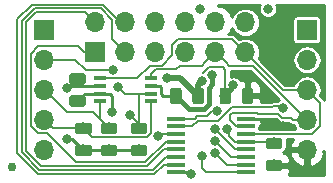
<source format=gbr>
G04 #@! TF.GenerationSoftware,KiCad,Pcbnew,5.0.0*
G04 #@! TF.CreationDate,2018-11-11T13:40:21-05:00*
G04 #@! TF.ProjectId,Pi-I2C-Level-Shifter,50692D4932432D4C6576656C2D536869,rev?*
G04 #@! TF.SameCoordinates,Original*
G04 #@! TF.FileFunction,Copper,L1,Top,Signal*
G04 #@! TF.FilePolarity,Positive*
%FSLAX46Y46*%
G04 Gerber Fmt 4.6, Leading zero omitted, Abs format (unit mm)*
G04 Created by KiCad (PCBNEW 5.0.0) date Sun Nov 11 13:40:21 2018*
%MOMM*%
%LPD*%
G01*
G04 APERTURE LIST*
G04 #@! TA.AperFunction,ComponentPad*
%ADD10R,1.700000X1.700000*%
G04 #@! TD*
G04 #@! TA.AperFunction,ComponentPad*
%ADD11O,1.700000X1.700000*%
G04 #@! TD*
G04 #@! TA.AperFunction,SMDPad,CuDef*
%ADD12R,1.500000X0.450000*%
G04 #@! TD*
G04 #@! TA.AperFunction,Conductor*
%ADD13C,0.100000*%
G04 #@! TD*
G04 #@! TA.AperFunction,SMDPad,CuDef*
%ADD14C,0.975000*%
G04 #@! TD*
G04 #@! TA.AperFunction,SMDPad,CuDef*
%ADD15R,1.100000X0.400000*%
G04 #@! TD*
G04 #@! TA.AperFunction,BGAPad,CuDef*
%ADD16C,0.750000*%
G04 #@! TD*
G04 #@! TA.AperFunction,ViaPad*
%ADD17C,0.800000*%
G04 #@! TD*
G04 #@! TA.AperFunction,Conductor*
%ADD18C,0.130000*%
G04 #@! TD*
G04 #@! TA.AperFunction,Conductor*
%ADD19C,0.250000*%
G04 #@! TD*
G04 #@! TA.AperFunction,Conductor*
%ADD20C,0.500000*%
G04 #@! TD*
G04 #@! TA.AperFunction,Conductor*
%ADD21C,0.400000*%
G04 #@! TD*
G04 APERTURE END LIST*
D10*
G04 #@! TO.P,J2,1*
G04 #@! TO.N,P0*
X187198000Y-83185000D03*
D11*
G04 #@! TO.P,J2,2*
G04 #@! TO.N,P1*
X187198000Y-80645000D03*
G04 #@! TO.P,J2,3*
G04 #@! TO.N,P2*
X189738000Y-83185000D03*
G04 #@! TO.P,J2,4*
G04 #@! TO.N,P3*
X189738000Y-80645000D03*
G04 #@! TO.P,J2,5*
G04 #@! TO.N,P4*
X192278000Y-83185000D03*
G04 #@! TO.P,J2,6*
G04 #@! TO.N,P5*
X192278000Y-80645000D03*
G04 #@! TO.P,J2,7*
G04 #@! TO.N,P6*
X194818000Y-83185000D03*
G04 #@! TO.P,J2,8*
G04 #@! TO.N,P7*
X194818000Y-80645000D03*
G04 #@! TO.P,J2,9*
G04 #@! TO.N,SDAb*
X197358000Y-83185000D03*
G04 #@! TO.P,J2,10*
G04 #@! TO.N,Vccb*
X197358000Y-80645000D03*
G04 #@! TO.P,J2,11*
G04 #@! TO.N,SCLb*
X199898000Y-83185000D03*
G04 #@! TO.P,J2,12*
G04 #@! TO.N,Earth*
X199898000Y-80645000D03*
G04 #@! TD*
D12*
G04 #@! TO.P,U2,1*
G04 #@! TO.N,A0*
X194027000Y-88784000D03*
G04 #@! TO.P,U2,2*
G04 #@! TO.N,A1*
X194027000Y-89434000D03*
G04 #@! TO.P,U2,3*
G04 #@! TO.N,A2*
X194027000Y-90084000D03*
G04 #@! TO.P,U2,4*
G04 #@! TO.N,P0*
X194027000Y-90734000D03*
G04 #@! TO.P,U2,5*
G04 #@! TO.N,P1*
X194027000Y-91384000D03*
G04 #@! TO.P,U2,6*
G04 #@! TO.N,P2*
X194027000Y-92034000D03*
G04 #@! TO.P,U2,7*
G04 #@! TO.N,P3*
X194027000Y-92684000D03*
G04 #@! TO.P,U2,8*
G04 #@! TO.N,Earth*
X194027000Y-93334000D03*
G04 #@! TO.P,U2,9*
G04 #@! TO.N,P4*
X199927000Y-93334000D03*
G04 #@! TO.P,U2,10*
G04 #@! TO.N,P5*
X199927000Y-92684000D03*
G04 #@! TO.P,U2,11*
G04 #@! TO.N,P6*
X199927000Y-92034000D03*
G04 #@! TO.P,U2,12*
G04 #@! TO.N,P7*
X199927000Y-91384000D03*
G04 #@! TO.P,U2,13*
G04 #@! TO.N,Net-(JP1-Pad2)*
X199927000Y-90734000D03*
G04 #@! TO.P,U2,14*
G04 #@! TO.N,SCLb*
X199927000Y-90084000D03*
G04 #@! TO.P,U2,15*
G04 #@! TO.N,SDAb*
X199927000Y-89434000D03*
G04 #@! TO.P,U2,16*
G04 #@! TO.N,Vccb*
X199927000Y-88784000D03*
G04 #@! TD*
D13*
G04 #@! TO.N,Vccb*
G04 #@! TO.C,C3*
G36*
X200341142Y-86169174D02*
X200364803Y-86172684D01*
X200388007Y-86178496D01*
X200410529Y-86186554D01*
X200432153Y-86196782D01*
X200452670Y-86209079D01*
X200471883Y-86223329D01*
X200489607Y-86239393D01*
X200505671Y-86257117D01*
X200519921Y-86276330D01*
X200532218Y-86296847D01*
X200542446Y-86318471D01*
X200550504Y-86340993D01*
X200556316Y-86364197D01*
X200559826Y-86387858D01*
X200561000Y-86411750D01*
X200561000Y-87324250D01*
X200559826Y-87348142D01*
X200556316Y-87371803D01*
X200550504Y-87395007D01*
X200542446Y-87417529D01*
X200532218Y-87439153D01*
X200519921Y-87459670D01*
X200505671Y-87478883D01*
X200489607Y-87496607D01*
X200471883Y-87512671D01*
X200452670Y-87526921D01*
X200432153Y-87539218D01*
X200410529Y-87549446D01*
X200388007Y-87557504D01*
X200364803Y-87563316D01*
X200341142Y-87566826D01*
X200317250Y-87568000D01*
X199829750Y-87568000D01*
X199805858Y-87566826D01*
X199782197Y-87563316D01*
X199758993Y-87557504D01*
X199736471Y-87549446D01*
X199714847Y-87539218D01*
X199694330Y-87526921D01*
X199675117Y-87512671D01*
X199657393Y-87496607D01*
X199641329Y-87478883D01*
X199627079Y-87459670D01*
X199614782Y-87439153D01*
X199604554Y-87417529D01*
X199596496Y-87395007D01*
X199590684Y-87371803D01*
X199587174Y-87348142D01*
X199586000Y-87324250D01*
X199586000Y-86411750D01*
X199587174Y-86387858D01*
X199590684Y-86364197D01*
X199596496Y-86340993D01*
X199604554Y-86318471D01*
X199614782Y-86296847D01*
X199627079Y-86276330D01*
X199641329Y-86257117D01*
X199657393Y-86239393D01*
X199675117Y-86223329D01*
X199694330Y-86209079D01*
X199714847Y-86196782D01*
X199736471Y-86186554D01*
X199758993Y-86178496D01*
X199782197Y-86172684D01*
X199805858Y-86169174D01*
X199829750Y-86168000D01*
X200317250Y-86168000D01*
X200341142Y-86169174D01*
X200341142Y-86169174D01*
G37*
D14*
G04 #@! TD*
G04 #@! TO.P,C3,1*
G04 #@! TO.N,Vccb*
X200073500Y-86868000D03*
D13*
G04 #@! TO.N,Earth*
G04 #@! TO.C,C3*
G36*
X198466142Y-86169174D02*
X198489803Y-86172684D01*
X198513007Y-86178496D01*
X198535529Y-86186554D01*
X198557153Y-86196782D01*
X198577670Y-86209079D01*
X198596883Y-86223329D01*
X198614607Y-86239393D01*
X198630671Y-86257117D01*
X198644921Y-86276330D01*
X198657218Y-86296847D01*
X198667446Y-86318471D01*
X198675504Y-86340993D01*
X198681316Y-86364197D01*
X198684826Y-86387858D01*
X198686000Y-86411750D01*
X198686000Y-87324250D01*
X198684826Y-87348142D01*
X198681316Y-87371803D01*
X198675504Y-87395007D01*
X198667446Y-87417529D01*
X198657218Y-87439153D01*
X198644921Y-87459670D01*
X198630671Y-87478883D01*
X198614607Y-87496607D01*
X198596883Y-87512671D01*
X198577670Y-87526921D01*
X198557153Y-87539218D01*
X198535529Y-87549446D01*
X198513007Y-87557504D01*
X198489803Y-87563316D01*
X198466142Y-87566826D01*
X198442250Y-87568000D01*
X197954750Y-87568000D01*
X197930858Y-87566826D01*
X197907197Y-87563316D01*
X197883993Y-87557504D01*
X197861471Y-87549446D01*
X197839847Y-87539218D01*
X197819330Y-87526921D01*
X197800117Y-87512671D01*
X197782393Y-87496607D01*
X197766329Y-87478883D01*
X197752079Y-87459670D01*
X197739782Y-87439153D01*
X197729554Y-87417529D01*
X197721496Y-87395007D01*
X197715684Y-87371803D01*
X197712174Y-87348142D01*
X197711000Y-87324250D01*
X197711000Y-86411750D01*
X197712174Y-86387858D01*
X197715684Y-86364197D01*
X197721496Y-86340993D01*
X197729554Y-86318471D01*
X197739782Y-86296847D01*
X197752079Y-86276330D01*
X197766329Y-86257117D01*
X197782393Y-86239393D01*
X197800117Y-86223329D01*
X197819330Y-86209079D01*
X197839847Y-86196782D01*
X197861471Y-86186554D01*
X197883993Y-86178496D01*
X197907197Y-86172684D01*
X197930858Y-86169174D01*
X197954750Y-86168000D01*
X198442250Y-86168000D01*
X198466142Y-86169174D01*
X198466142Y-86169174D01*
G37*
D14*
G04 #@! TD*
G04 #@! TO.P,C3,2*
G04 #@! TO.N,Earth*
X198198500Y-86868000D03*
D13*
G04 #@! TO.N,Vccb*
G04 #@! TO.C,R4*
G36*
X202791142Y-92272174D02*
X202814803Y-92275684D01*
X202838007Y-92281496D01*
X202860529Y-92289554D01*
X202882153Y-92299782D01*
X202902670Y-92312079D01*
X202921883Y-92326329D01*
X202939607Y-92342393D01*
X202955671Y-92360117D01*
X202969921Y-92379330D01*
X202982218Y-92399847D01*
X202992446Y-92421471D01*
X203000504Y-92443993D01*
X203006316Y-92467197D01*
X203009826Y-92490858D01*
X203011000Y-92514750D01*
X203011000Y-93002250D01*
X203009826Y-93026142D01*
X203006316Y-93049803D01*
X203000504Y-93073007D01*
X202992446Y-93095529D01*
X202982218Y-93117153D01*
X202969921Y-93137670D01*
X202955671Y-93156883D01*
X202939607Y-93174607D01*
X202921883Y-93190671D01*
X202902670Y-93204921D01*
X202882153Y-93217218D01*
X202860529Y-93227446D01*
X202838007Y-93235504D01*
X202814803Y-93241316D01*
X202791142Y-93244826D01*
X202767250Y-93246000D01*
X201854750Y-93246000D01*
X201830858Y-93244826D01*
X201807197Y-93241316D01*
X201783993Y-93235504D01*
X201761471Y-93227446D01*
X201739847Y-93217218D01*
X201719330Y-93204921D01*
X201700117Y-93190671D01*
X201682393Y-93174607D01*
X201666329Y-93156883D01*
X201652079Y-93137670D01*
X201639782Y-93117153D01*
X201629554Y-93095529D01*
X201621496Y-93073007D01*
X201615684Y-93049803D01*
X201612174Y-93026142D01*
X201611000Y-93002250D01*
X201611000Y-92514750D01*
X201612174Y-92490858D01*
X201615684Y-92467197D01*
X201621496Y-92443993D01*
X201629554Y-92421471D01*
X201639782Y-92399847D01*
X201652079Y-92379330D01*
X201666329Y-92360117D01*
X201682393Y-92342393D01*
X201700117Y-92326329D01*
X201719330Y-92312079D01*
X201739847Y-92299782D01*
X201761471Y-92289554D01*
X201783993Y-92281496D01*
X201807197Y-92275684D01*
X201830858Y-92272174D01*
X201854750Y-92271000D01*
X202767250Y-92271000D01*
X202791142Y-92272174D01*
X202791142Y-92272174D01*
G37*
D14*
G04 #@! TD*
G04 #@! TO.P,R4,1*
G04 #@! TO.N,Vccb*
X202311000Y-92758500D03*
D13*
G04 #@! TO.N,Net-(JP1-Pad2)*
G04 #@! TO.C,R4*
G36*
X202791142Y-90397174D02*
X202814803Y-90400684D01*
X202838007Y-90406496D01*
X202860529Y-90414554D01*
X202882153Y-90424782D01*
X202902670Y-90437079D01*
X202921883Y-90451329D01*
X202939607Y-90467393D01*
X202955671Y-90485117D01*
X202969921Y-90504330D01*
X202982218Y-90524847D01*
X202992446Y-90546471D01*
X203000504Y-90568993D01*
X203006316Y-90592197D01*
X203009826Y-90615858D01*
X203011000Y-90639750D01*
X203011000Y-91127250D01*
X203009826Y-91151142D01*
X203006316Y-91174803D01*
X203000504Y-91198007D01*
X202992446Y-91220529D01*
X202982218Y-91242153D01*
X202969921Y-91262670D01*
X202955671Y-91281883D01*
X202939607Y-91299607D01*
X202921883Y-91315671D01*
X202902670Y-91329921D01*
X202882153Y-91342218D01*
X202860529Y-91352446D01*
X202838007Y-91360504D01*
X202814803Y-91366316D01*
X202791142Y-91369826D01*
X202767250Y-91371000D01*
X201854750Y-91371000D01*
X201830858Y-91369826D01*
X201807197Y-91366316D01*
X201783993Y-91360504D01*
X201761471Y-91352446D01*
X201739847Y-91342218D01*
X201719330Y-91329921D01*
X201700117Y-91315671D01*
X201682393Y-91299607D01*
X201666329Y-91281883D01*
X201652079Y-91262670D01*
X201639782Y-91242153D01*
X201629554Y-91220529D01*
X201621496Y-91198007D01*
X201615684Y-91174803D01*
X201612174Y-91151142D01*
X201611000Y-91127250D01*
X201611000Y-90639750D01*
X201612174Y-90615858D01*
X201615684Y-90592197D01*
X201621496Y-90568993D01*
X201629554Y-90546471D01*
X201639782Y-90524847D01*
X201652079Y-90504330D01*
X201666329Y-90485117D01*
X201682393Y-90467393D01*
X201700117Y-90451329D01*
X201719330Y-90437079D01*
X201739847Y-90424782D01*
X201761471Y-90414554D01*
X201783993Y-90406496D01*
X201807197Y-90400684D01*
X201830858Y-90397174D01*
X201854750Y-90396000D01*
X202767250Y-90396000D01*
X202791142Y-90397174D01*
X202791142Y-90397174D01*
G37*
D14*
G04 #@! TD*
G04 #@! TO.P,R4,2*
G04 #@! TO.N,Net-(JP1-Pad2)*
X202311000Y-90883500D03*
D13*
G04 #@! TO.N,Vccb*
G04 #@! TO.C,C2*
G36*
X194275142Y-86169174D02*
X194298803Y-86172684D01*
X194322007Y-86178496D01*
X194344529Y-86186554D01*
X194366153Y-86196782D01*
X194386670Y-86209079D01*
X194405883Y-86223329D01*
X194423607Y-86239393D01*
X194439671Y-86257117D01*
X194453921Y-86276330D01*
X194466218Y-86296847D01*
X194476446Y-86318471D01*
X194484504Y-86340993D01*
X194490316Y-86364197D01*
X194493826Y-86387858D01*
X194495000Y-86411750D01*
X194495000Y-87324250D01*
X194493826Y-87348142D01*
X194490316Y-87371803D01*
X194484504Y-87395007D01*
X194476446Y-87417529D01*
X194466218Y-87439153D01*
X194453921Y-87459670D01*
X194439671Y-87478883D01*
X194423607Y-87496607D01*
X194405883Y-87512671D01*
X194386670Y-87526921D01*
X194366153Y-87539218D01*
X194344529Y-87549446D01*
X194322007Y-87557504D01*
X194298803Y-87563316D01*
X194275142Y-87566826D01*
X194251250Y-87568000D01*
X193763750Y-87568000D01*
X193739858Y-87566826D01*
X193716197Y-87563316D01*
X193692993Y-87557504D01*
X193670471Y-87549446D01*
X193648847Y-87539218D01*
X193628330Y-87526921D01*
X193609117Y-87512671D01*
X193591393Y-87496607D01*
X193575329Y-87478883D01*
X193561079Y-87459670D01*
X193548782Y-87439153D01*
X193538554Y-87417529D01*
X193530496Y-87395007D01*
X193524684Y-87371803D01*
X193521174Y-87348142D01*
X193520000Y-87324250D01*
X193520000Y-86411750D01*
X193521174Y-86387858D01*
X193524684Y-86364197D01*
X193530496Y-86340993D01*
X193538554Y-86318471D01*
X193548782Y-86296847D01*
X193561079Y-86276330D01*
X193575329Y-86257117D01*
X193591393Y-86239393D01*
X193609117Y-86223329D01*
X193628330Y-86209079D01*
X193648847Y-86196782D01*
X193670471Y-86186554D01*
X193692993Y-86178496D01*
X193716197Y-86172684D01*
X193739858Y-86169174D01*
X193763750Y-86168000D01*
X194251250Y-86168000D01*
X194275142Y-86169174D01*
X194275142Y-86169174D01*
G37*
D14*
G04 #@! TD*
G04 #@! TO.P,C2,1*
G04 #@! TO.N,Vccb*
X194007500Y-86868000D03*
D13*
G04 #@! TO.N,Earth*
G04 #@! TO.C,C2*
G36*
X196150142Y-86169174D02*
X196173803Y-86172684D01*
X196197007Y-86178496D01*
X196219529Y-86186554D01*
X196241153Y-86196782D01*
X196261670Y-86209079D01*
X196280883Y-86223329D01*
X196298607Y-86239393D01*
X196314671Y-86257117D01*
X196328921Y-86276330D01*
X196341218Y-86296847D01*
X196351446Y-86318471D01*
X196359504Y-86340993D01*
X196365316Y-86364197D01*
X196368826Y-86387858D01*
X196370000Y-86411750D01*
X196370000Y-87324250D01*
X196368826Y-87348142D01*
X196365316Y-87371803D01*
X196359504Y-87395007D01*
X196351446Y-87417529D01*
X196341218Y-87439153D01*
X196328921Y-87459670D01*
X196314671Y-87478883D01*
X196298607Y-87496607D01*
X196280883Y-87512671D01*
X196261670Y-87526921D01*
X196241153Y-87539218D01*
X196219529Y-87549446D01*
X196197007Y-87557504D01*
X196173803Y-87563316D01*
X196150142Y-87566826D01*
X196126250Y-87568000D01*
X195638750Y-87568000D01*
X195614858Y-87566826D01*
X195591197Y-87563316D01*
X195567993Y-87557504D01*
X195545471Y-87549446D01*
X195523847Y-87539218D01*
X195503330Y-87526921D01*
X195484117Y-87512671D01*
X195466393Y-87496607D01*
X195450329Y-87478883D01*
X195436079Y-87459670D01*
X195423782Y-87439153D01*
X195413554Y-87417529D01*
X195405496Y-87395007D01*
X195399684Y-87371803D01*
X195396174Y-87348142D01*
X195395000Y-87324250D01*
X195395000Y-86411750D01*
X195396174Y-86387858D01*
X195399684Y-86364197D01*
X195405496Y-86340993D01*
X195413554Y-86318471D01*
X195423782Y-86296847D01*
X195436079Y-86276330D01*
X195450329Y-86257117D01*
X195466393Y-86239393D01*
X195484117Y-86223329D01*
X195503330Y-86209079D01*
X195523847Y-86196782D01*
X195545471Y-86186554D01*
X195567993Y-86178496D01*
X195591197Y-86172684D01*
X195614858Y-86169174D01*
X195638750Y-86168000D01*
X196126250Y-86168000D01*
X196150142Y-86169174D01*
X196150142Y-86169174D01*
G37*
D14*
G04 #@! TD*
G04 #@! TO.P,C2,2*
G04 #@! TO.N,Earth*
X195882500Y-86868000D03*
D15*
G04 #@! TO.P,U1,1*
G04 #@! TO.N,SCLb*
X187588000Y-85385000D03*
G04 #@! TO.P,U1,2*
G04 #@! TO.N,Earth*
X187588000Y-86035000D03*
G04 #@! TO.P,U1,3*
G04 #@! TO.N,Vcca*
X187588000Y-86685000D03*
G04 #@! TO.P,U1,4*
G04 #@! TO.N,SCLa*
X187588000Y-87335000D03*
G04 #@! TO.P,U1,5*
G04 #@! TO.N,SDAa*
X191888000Y-87335000D03*
G04 #@! TO.P,U1,6*
G04 #@! TO.N,OE*
X191888000Y-86685000D03*
G04 #@! TO.P,U1,7*
G04 #@! TO.N,Vccb*
X191888000Y-86035000D03*
G04 #@! TO.P,U1,8*
G04 #@! TO.N,SDAb*
X191888000Y-85385000D03*
G04 #@! TD*
D13*
G04 #@! TO.N,Vcca*
G04 #@! TO.C,R3*
G36*
X191361142Y-91002174D02*
X191384803Y-91005684D01*
X191408007Y-91011496D01*
X191430529Y-91019554D01*
X191452153Y-91029782D01*
X191472670Y-91042079D01*
X191491883Y-91056329D01*
X191509607Y-91072393D01*
X191525671Y-91090117D01*
X191539921Y-91109330D01*
X191552218Y-91129847D01*
X191562446Y-91151471D01*
X191570504Y-91173993D01*
X191576316Y-91197197D01*
X191579826Y-91220858D01*
X191581000Y-91244750D01*
X191581000Y-91732250D01*
X191579826Y-91756142D01*
X191576316Y-91779803D01*
X191570504Y-91803007D01*
X191562446Y-91825529D01*
X191552218Y-91847153D01*
X191539921Y-91867670D01*
X191525671Y-91886883D01*
X191509607Y-91904607D01*
X191491883Y-91920671D01*
X191472670Y-91934921D01*
X191452153Y-91947218D01*
X191430529Y-91957446D01*
X191408007Y-91965504D01*
X191384803Y-91971316D01*
X191361142Y-91974826D01*
X191337250Y-91976000D01*
X190424750Y-91976000D01*
X190400858Y-91974826D01*
X190377197Y-91971316D01*
X190353993Y-91965504D01*
X190331471Y-91957446D01*
X190309847Y-91947218D01*
X190289330Y-91934921D01*
X190270117Y-91920671D01*
X190252393Y-91904607D01*
X190236329Y-91886883D01*
X190222079Y-91867670D01*
X190209782Y-91847153D01*
X190199554Y-91825529D01*
X190191496Y-91803007D01*
X190185684Y-91779803D01*
X190182174Y-91756142D01*
X190181000Y-91732250D01*
X190181000Y-91244750D01*
X190182174Y-91220858D01*
X190185684Y-91197197D01*
X190191496Y-91173993D01*
X190199554Y-91151471D01*
X190209782Y-91129847D01*
X190222079Y-91109330D01*
X190236329Y-91090117D01*
X190252393Y-91072393D01*
X190270117Y-91056329D01*
X190289330Y-91042079D01*
X190309847Y-91029782D01*
X190331471Y-91019554D01*
X190353993Y-91011496D01*
X190377197Y-91005684D01*
X190400858Y-91002174D01*
X190424750Y-91001000D01*
X191337250Y-91001000D01*
X191361142Y-91002174D01*
X191361142Y-91002174D01*
G37*
D14*
G04 #@! TD*
G04 #@! TO.P,R3,1*
G04 #@! TO.N,Vcca*
X190881000Y-91488500D03*
D13*
G04 #@! TO.N,OE*
G04 #@! TO.C,R3*
G36*
X191361142Y-89127174D02*
X191384803Y-89130684D01*
X191408007Y-89136496D01*
X191430529Y-89144554D01*
X191452153Y-89154782D01*
X191472670Y-89167079D01*
X191491883Y-89181329D01*
X191509607Y-89197393D01*
X191525671Y-89215117D01*
X191539921Y-89234330D01*
X191552218Y-89254847D01*
X191562446Y-89276471D01*
X191570504Y-89298993D01*
X191576316Y-89322197D01*
X191579826Y-89345858D01*
X191581000Y-89369750D01*
X191581000Y-89857250D01*
X191579826Y-89881142D01*
X191576316Y-89904803D01*
X191570504Y-89928007D01*
X191562446Y-89950529D01*
X191552218Y-89972153D01*
X191539921Y-89992670D01*
X191525671Y-90011883D01*
X191509607Y-90029607D01*
X191491883Y-90045671D01*
X191472670Y-90059921D01*
X191452153Y-90072218D01*
X191430529Y-90082446D01*
X191408007Y-90090504D01*
X191384803Y-90096316D01*
X191361142Y-90099826D01*
X191337250Y-90101000D01*
X190424750Y-90101000D01*
X190400858Y-90099826D01*
X190377197Y-90096316D01*
X190353993Y-90090504D01*
X190331471Y-90082446D01*
X190309847Y-90072218D01*
X190289330Y-90059921D01*
X190270117Y-90045671D01*
X190252393Y-90029607D01*
X190236329Y-90011883D01*
X190222079Y-89992670D01*
X190209782Y-89972153D01*
X190199554Y-89950529D01*
X190191496Y-89928007D01*
X190185684Y-89904803D01*
X190182174Y-89881142D01*
X190181000Y-89857250D01*
X190181000Y-89369750D01*
X190182174Y-89345858D01*
X190185684Y-89322197D01*
X190191496Y-89298993D01*
X190199554Y-89276471D01*
X190209782Y-89254847D01*
X190222079Y-89234330D01*
X190236329Y-89215117D01*
X190252393Y-89197393D01*
X190270117Y-89181329D01*
X190289330Y-89167079D01*
X190309847Y-89154782D01*
X190331471Y-89144554D01*
X190353993Y-89136496D01*
X190377197Y-89130684D01*
X190400858Y-89127174D01*
X190424750Y-89126000D01*
X191337250Y-89126000D01*
X191361142Y-89127174D01*
X191361142Y-89127174D01*
G37*
D14*
G04 #@! TD*
G04 #@! TO.P,R3,2*
G04 #@! TO.N,OE*
X190881000Y-89613500D03*
D10*
G04 #@! TO.P,J4,1*
G04 #@! TO.N,Earth*
X205105000Y-81280000D03*
D11*
G04 #@! TO.P,J4,2*
G04 #@! TO.N,Net-(J4-Pad2)*
X205105000Y-83820000D03*
G04 #@! TO.P,J4,3*
G04 #@! TO.N,SCLb*
X205105000Y-86360000D03*
G04 #@! TO.P,J4,4*
G04 #@! TO.N,SDAb*
X205105000Y-88900000D03*
G04 #@! TO.P,J4,5*
G04 #@! TO.N,Vccb*
X205105000Y-91440000D03*
G04 #@! TD*
D10*
G04 #@! TO.P,J1,1*
G04 #@! TO.N,Earth*
X182880000Y-81280000D03*
D11*
G04 #@! TO.P,J1,2*
G04 #@! TO.N,OE*
X182880000Y-83820000D03*
G04 #@! TO.P,J1,3*
G04 #@! TO.N,SCLa*
X182880000Y-86360000D03*
G04 #@! TO.P,J1,4*
G04 #@! TO.N,SDAa*
X182880000Y-88900000D03*
G04 #@! TO.P,J1,5*
G04 #@! TO.N,Vcca*
X182880000Y-91440000D03*
G04 #@! TD*
D13*
G04 #@! TO.N,Vcca*
G04 #@! TO.C,C1*
G36*
X186154142Y-86811174D02*
X186177803Y-86814684D01*
X186201007Y-86820496D01*
X186223529Y-86828554D01*
X186245153Y-86838782D01*
X186265670Y-86851079D01*
X186284883Y-86865329D01*
X186302607Y-86881393D01*
X186318671Y-86899117D01*
X186332921Y-86918330D01*
X186345218Y-86938847D01*
X186355446Y-86960471D01*
X186363504Y-86982993D01*
X186369316Y-87006197D01*
X186372826Y-87029858D01*
X186374000Y-87053750D01*
X186374000Y-87541250D01*
X186372826Y-87565142D01*
X186369316Y-87588803D01*
X186363504Y-87612007D01*
X186355446Y-87634529D01*
X186345218Y-87656153D01*
X186332921Y-87676670D01*
X186318671Y-87695883D01*
X186302607Y-87713607D01*
X186284883Y-87729671D01*
X186265670Y-87743921D01*
X186245153Y-87756218D01*
X186223529Y-87766446D01*
X186201007Y-87774504D01*
X186177803Y-87780316D01*
X186154142Y-87783826D01*
X186130250Y-87785000D01*
X185217750Y-87785000D01*
X185193858Y-87783826D01*
X185170197Y-87780316D01*
X185146993Y-87774504D01*
X185124471Y-87766446D01*
X185102847Y-87756218D01*
X185082330Y-87743921D01*
X185063117Y-87729671D01*
X185045393Y-87713607D01*
X185029329Y-87695883D01*
X185015079Y-87676670D01*
X185002782Y-87656153D01*
X184992554Y-87634529D01*
X184984496Y-87612007D01*
X184978684Y-87588803D01*
X184975174Y-87565142D01*
X184974000Y-87541250D01*
X184974000Y-87053750D01*
X184975174Y-87029858D01*
X184978684Y-87006197D01*
X184984496Y-86982993D01*
X184992554Y-86960471D01*
X185002782Y-86938847D01*
X185015079Y-86918330D01*
X185029329Y-86899117D01*
X185045393Y-86881393D01*
X185063117Y-86865329D01*
X185082330Y-86851079D01*
X185102847Y-86838782D01*
X185124471Y-86828554D01*
X185146993Y-86820496D01*
X185170197Y-86814684D01*
X185193858Y-86811174D01*
X185217750Y-86810000D01*
X186130250Y-86810000D01*
X186154142Y-86811174D01*
X186154142Y-86811174D01*
G37*
D14*
G04 #@! TD*
G04 #@! TO.P,C1,1*
G04 #@! TO.N,Vcca*
X185674000Y-87297500D03*
D13*
G04 #@! TO.N,Earth*
G04 #@! TO.C,C1*
G36*
X186154142Y-84936174D02*
X186177803Y-84939684D01*
X186201007Y-84945496D01*
X186223529Y-84953554D01*
X186245153Y-84963782D01*
X186265670Y-84976079D01*
X186284883Y-84990329D01*
X186302607Y-85006393D01*
X186318671Y-85024117D01*
X186332921Y-85043330D01*
X186345218Y-85063847D01*
X186355446Y-85085471D01*
X186363504Y-85107993D01*
X186369316Y-85131197D01*
X186372826Y-85154858D01*
X186374000Y-85178750D01*
X186374000Y-85666250D01*
X186372826Y-85690142D01*
X186369316Y-85713803D01*
X186363504Y-85737007D01*
X186355446Y-85759529D01*
X186345218Y-85781153D01*
X186332921Y-85801670D01*
X186318671Y-85820883D01*
X186302607Y-85838607D01*
X186284883Y-85854671D01*
X186265670Y-85868921D01*
X186245153Y-85881218D01*
X186223529Y-85891446D01*
X186201007Y-85899504D01*
X186177803Y-85905316D01*
X186154142Y-85908826D01*
X186130250Y-85910000D01*
X185217750Y-85910000D01*
X185193858Y-85908826D01*
X185170197Y-85905316D01*
X185146993Y-85899504D01*
X185124471Y-85891446D01*
X185102847Y-85881218D01*
X185082330Y-85868921D01*
X185063117Y-85854671D01*
X185045393Y-85838607D01*
X185029329Y-85820883D01*
X185015079Y-85801670D01*
X185002782Y-85781153D01*
X184992554Y-85759529D01*
X184984496Y-85737007D01*
X184978684Y-85713803D01*
X184975174Y-85690142D01*
X184974000Y-85666250D01*
X184974000Y-85178750D01*
X184975174Y-85154858D01*
X184978684Y-85131197D01*
X184984496Y-85107993D01*
X184992554Y-85085471D01*
X185002782Y-85063847D01*
X185015079Y-85043330D01*
X185029329Y-85024117D01*
X185045393Y-85006393D01*
X185063117Y-84990329D01*
X185082330Y-84976079D01*
X185102847Y-84963782D01*
X185124471Y-84953554D01*
X185146993Y-84945496D01*
X185170197Y-84939684D01*
X185193858Y-84936174D01*
X185217750Y-84935000D01*
X186130250Y-84935000D01*
X186154142Y-84936174D01*
X186154142Y-84936174D01*
G37*
D14*
G04 #@! TD*
G04 #@! TO.P,C1,2*
G04 #@! TO.N,Earth*
X185674000Y-85422500D03*
D13*
G04 #@! TO.N,SCLa*
G04 #@! TO.C,R2*
G36*
X188821142Y-89127174D02*
X188844803Y-89130684D01*
X188868007Y-89136496D01*
X188890529Y-89144554D01*
X188912153Y-89154782D01*
X188932670Y-89167079D01*
X188951883Y-89181329D01*
X188969607Y-89197393D01*
X188985671Y-89215117D01*
X188999921Y-89234330D01*
X189012218Y-89254847D01*
X189022446Y-89276471D01*
X189030504Y-89298993D01*
X189036316Y-89322197D01*
X189039826Y-89345858D01*
X189041000Y-89369750D01*
X189041000Y-89857250D01*
X189039826Y-89881142D01*
X189036316Y-89904803D01*
X189030504Y-89928007D01*
X189022446Y-89950529D01*
X189012218Y-89972153D01*
X188999921Y-89992670D01*
X188985671Y-90011883D01*
X188969607Y-90029607D01*
X188951883Y-90045671D01*
X188932670Y-90059921D01*
X188912153Y-90072218D01*
X188890529Y-90082446D01*
X188868007Y-90090504D01*
X188844803Y-90096316D01*
X188821142Y-90099826D01*
X188797250Y-90101000D01*
X187884750Y-90101000D01*
X187860858Y-90099826D01*
X187837197Y-90096316D01*
X187813993Y-90090504D01*
X187791471Y-90082446D01*
X187769847Y-90072218D01*
X187749330Y-90059921D01*
X187730117Y-90045671D01*
X187712393Y-90029607D01*
X187696329Y-90011883D01*
X187682079Y-89992670D01*
X187669782Y-89972153D01*
X187659554Y-89950529D01*
X187651496Y-89928007D01*
X187645684Y-89904803D01*
X187642174Y-89881142D01*
X187641000Y-89857250D01*
X187641000Y-89369750D01*
X187642174Y-89345858D01*
X187645684Y-89322197D01*
X187651496Y-89298993D01*
X187659554Y-89276471D01*
X187669782Y-89254847D01*
X187682079Y-89234330D01*
X187696329Y-89215117D01*
X187712393Y-89197393D01*
X187730117Y-89181329D01*
X187749330Y-89167079D01*
X187769847Y-89154782D01*
X187791471Y-89144554D01*
X187813993Y-89136496D01*
X187837197Y-89130684D01*
X187860858Y-89127174D01*
X187884750Y-89126000D01*
X188797250Y-89126000D01*
X188821142Y-89127174D01*
X188821142Y-89127174D01*
G37*
D14*
G04 #@! TD*
G04 #@! TO.P,R2,2*
G04 #@! TO.N,SCLa*
X188341000Y-89613500D03*
D13*
G04 #@! TO.N,Vcca*
G04 #@! TO.C,R2*
G36*
X188821142Y-91002174D02*
X188844803Y-91005684D01*
X188868007Y-91011496D01*
X188890529Y-91019554D01*
X188912153Y-91029782D01*
X188932670Y-91042079D01*
X188951883Y-91056329D01*
X188969607Y-91072393D01*
X188985671Y-91090117D01*
X188999921Y-91109330D01*
X189012218Y-91129847D01*
X189022446Y-91151471D01*
X189030504Y-91173993D01*
X189036316Y-91197197D01*
X189039826Y-91220858D01*
X189041000Y-91244750D01*
X189041000Y-91732250D01*
X189039826Y-91756142D01*
X189036316Y-91779803D01*
X189030504Y-91803007D01*
X189022446Y-91825529D01*
X189012218Y-91847153D01*
X188999921Y-91867670D01*
X188985671Y-91886883D01*
X188969607Y-91904607D01*
X188951883Y-91920671D01*
X188932670Y-91934921D01*
X188912153Y-91947218D01*
X188890529Y-91957446D01*
X188868007Y-91965504D01*
X188844803Y-91971316D01*
X188821142Y-91974826D01*
X188797250Y-91976000D01*
X187884750Y-91976000D01*
X187860858Y-91974826D01*
X187837197Y-91971316D01*
X187813993Y-91965504D01*
X187791471Y-91957446D01*
X187769847Y-91947218D01*
X187749330Y-91934921D01*
X187730117Y-91920671D01*
X187712393Y-91904607D01*
X187696329Y-91886883D01*
X187682079Y-91867670D01*
X187669782Y-91847153D01*
X187659554Y-91825529D01*
X187651496Y-91803007D01*
X187645684Y-91779803D01*
X187642174Y-91756142D01*
X187641000Y-91732250D01*
X187641000Y-91244750D01*
X187642174Y-91220858D01*
X187645684Y-91197197D01*
X187651496Y-91173993D01*
X187659554Y-91151471D01*
X187669782Y-91129847D01*
X187682079Y-91109330D01*
X187696329Y-91090117D01*
X187712393Y-91072393D01*
X187730117Y-91056329D01*
X187749330Y-91042079D01*
X187769847Y-91029782D01*
X187791471Y-91019554D01*
X187813993Y-91011496D01*
X187837197Y-91005684D01*
X187860858Y-91002174D01*
X187884750Y-91001000D01*
X188797250Y-91001000D01*
X188821142Y-91002174D01*
X188821142Y-91002174D01*
G37*
D14*
G04 #@! TD*
G04 #@! TO.P,R2,1*
G04 #@! TO.N,Vcca*
X188341000Y-91488500D03*
D13*
G04 #@! TO.N,Vcca*
G04 #@! TO.C,R1*
G36*
X186662142Y-91002174D02*
X186685803Y-91005684D01*
X186709007Y-91011496D01*
X186731529Y-91019554D01*
X186753153Y-91029782D01*
X186773670Y-91042079D01*
X186792883Y-91056329D01*
X186810607Y-91072393D01*
X186826671Y-91090117D01*
X186840921Y-91109330D01*
X186853218Y-91129847D01*
X186863446Y-91151471D01*
X186871504Y-91173993D01*
X186877316Y-91197197D01*
X186880826Y-91220858D01*
X186882000Y-91244750D01*
X186882000Y-91732250D01*
X186880826Y-91756142D01*
X186877316Y-91779803D01*
X186871504Y-91803007D01*
X186863446Y-91825529D01*
X186853218Y-91847153D01*
X186840921Y-91867670D01*
X186826671Y-91886883D01*
X186810607Y-91904607D01*
X186792883Y-91920671D01*
X186773670Y-91934921D01*
X186753153Y-91947218D01*
X186731529Y-91957446D01*
X186709007Y-91965504D01*
X186685803Y-91971316D01*
X186662142Y-91974826D01*
X186638250Y-91976000D01*
X185725750Y-91976000D01*
X185701858Y-91974826D01*
X185678197Y-91971316D01*
X185654993Y-91965504D01*
X185632471Y-91957446D01*
X185610847Y-91947218D01*
X185590330Y-91934921D01*
X185571117Y-91920671D01*
X185553393Y-91904607D01*
X185537329Y-91886883D01*
X185523079Y-91867670D01*
X185510782Y-91847153D01*
X185500554Y-91825529D01*
X185492496Y-91803007D01*
X185486684Y-91779803D01*
X185483174Y-91756142D01*
X185482000Y-91732250D01*
X185482000Y-91244750D01*
X185483174Y-91220858D01*
X185486684Y-91197197D01*
X185492496Y-91173993D01*
X185500554Y-91151471D01*
X185510782Y-91129847D01*
X185523079Y-91109330D01*
X185537329Y-91090117D01*
X185553393Y-91072393D01*
X185571117Y-91056329D01*
X185590330Y-91042079D01*
X185610847Y-91029782D01*
X185632471Y-91019554D01*
X185654993Y-91011496D01*
X185678197Y-91005684D01*
X185701858Y-91002174D01*
X185725750Y-91001000D01*
X186638250Y-91001000D01*
X186662142Y-91002174D01*
X186662142Y-91002174D01*
G37*
D14*
G04 #@! TD*
G04 #@! TO.P,R1,1*
G04 #@! TO.N,Vcca*
X186182000Y-91488500D03*
D13*
G04 #@! TO.N,SDAa*
G04 #@! TO.C,R1*
G36*
X186662142Y-89127174D02*
X186685803Y-89130684D01*
X186709007Y-89136496D01*
X186731529Y-89144554D01*
X186753153Y-89154782D01*
X186773670Y-89167079D01*
X186792883Y-89181329D01*
X186810607Y-89197393D01*
X186826671Y-89215117D01*
X186840921Y-89234330D01*
X186853218Y-89254847D01*
X186863446Y-89276471D01*
X186871504Y-89298993D01*
X186877316Y-89322197D01*
X186880826Y-89345858D01*
X186882000Y-89369750D01*
X186882000Y-89857250D01*
X186880826Y-89881142D01*
X186877316Y-89904803D01*
X186871504Y-89928007D01*
X186863446Y-89950529D01*
X186853218Y-89972153D01*
X186840921Y-89992670D01*
X186826671Y-90011883D01*
X186810607Y-90029607D01*
X186792883Y-90045671D01*
X186773670Y-90059921D01*
X186753153Y-90072218D01*
X186731529Y-90082446D01*
X186709007Y-90090504D01*
X186685803Y-90096316D01*
X186662142Y-90099826D01*
X186638250Y-90101000D01*
X185725750Y-90101000D01*
X185701858Y-90099826D01*
X185678197Y-90096316D01*
X185654993Y-90090504D01*
X185632471Y-90082446D01*
X185610847Y-90072218D01*
X185590330Y-90059921D01*
X185571117Y-90045671D01*
X185553393Y-90029607D01*
X185537329Y-90011883D01*
X185523079Y-89992670D01*
X185510782Y-89972153D01*
X185500554Y-89950529D01*
X185492496Y-89928007D01*
X185486684Y-89904803D01*
X185483174Y-89881142D01*
X185482000Y-89857250D01*
X185482000Y-89369750D01*
X185483174Y-89345858D01*
X185486684Y-89322197D01*
X185492496Y-89298993D01*
X185500554Y-89276471D01*
X185510782Y-89254847D01*
X185523079Y-89234330D01*
X185537329Y-89215117D01*
X185553393Y-89197393D01*
X185571117Y-89181329D01*
X185590330Y-89167079D01*
X185610847Y-89154782D01*
X185632471Y-89144554D01*
X185654993Y-89136496D01*
X185678197Y-89130684D01*
X185701858Y-89127174D01*
X185725750Y-89126000D01*
X186638250Y-89126000D01*
X186662142Y-89127174D01*
X186662142Y-89127174D01*
G37*
D14*
G04 #@! TD*
G04 #@! TO.P,R1,2*
G04 #@! TO.N,SDAa*
X186182000Y-89613500D03*
D16*
G04 #@! TO.P,REF\002A\002A,~*
G04 #@! TO.N,N/C*
X180162200Y-92913200D03*
G04 #@! TD*
D17*
G04 #@! TO.N,Earth*
X193294000Y-85344000D03*
G04 #@! TO.N,A1*
X203073000Y-87884000D03*
G04 #@! TO.N,Earth*
X198882000Y-85979000D03*
G04 #@! TO.N,Net-(JP1-Pad2)*
X198374000Y-89662000D03*
G04 #@! TO.N,P7*
X197358000Y-89662000D03*
G04 #@! TO.N,P6*
X197358000Y-90678000D03*
G04 #@! TO.N,P4*
X196215000Y-91948000D03*
G04 #@! TO.N,P5*
X197358000Y-91694000D03*
G04 #@! TO.N,Vccb*
X203200000Y-84582000D03*
X200152000Y-85090000D03*
X197104000Y-85090000D03*
G04 #@! TO.N,A0*
X197485000Y-88138000D03*
G04 #@! TO.N,Earth*
X195326000Y-93472000D03*
X184785000Y-86233000D03*
X196215000Y-85598000D03*
X201803000Y-79502000D03*
X196088000Y-79502000D03*
G04 #@! TO.N,OE*
X190119000Y-88519000D03*
X188722000Y-84709000D03*
X189103000Y-86106000D03*
G04 #@! TO.N,Vcca*
X184785000Y-90551000D03*
X188595000Y-88265000D03*
G04 #@! TO.N,Vccb*
X203073000Y-89408000D03*
G04 #@! TO.N,A2*
X192532000Y-90297000D03*
G04 #@! TD*
D18*
G04 #@! TO.N,Net-(JP1-Pad2)*
X199927000Y-90734000D02*
X199007315Y-90734000D01*
X199007315Y-90734000D02*
X198501000Y-90227685D01*
X198501000Y-90227685D02*
X198501000Y-89662000D01*
G04 #@! TO.N,P4*
X196585000Y-93334000D02*
X196215000Y-92964000D01*
X199927000Y-93334000D02*
X196585000Y-93334000D01*
X196215000Y-92964000D02*
X196215000Y-91948000D01*
G04 #@! TO.N,SDAa*
X183593500Y-89613500D02*
X182880000Y-88900000D01*
X186182000Y-89613500D02*
X183593500Y-89613500D01*
X186934510Y-90366010D02*
X191547986Y-90366010D01*
X186182000Y-89613500D02*
X186934510Y-90366010D01*
G04 #@! TO.N,SCLa*
X187588000Y-88860500D02*
X188341000Y-89613500D01*
X187588000Y-87335000D02*
X187588000Y-88860500D01*
X184785000Y-88265000D02*
X183729999Y-87209999D01*
X183729999Y-87209999D02*
X182880000Y-86360000D01*
X186992500Y-88265000D02*
X184785000Y-88265000D01*
X188341000Y-89613500D02*
X186992500Y-88265000D01*
G04 #@! TO.N,OE*
X191208000Y-86685000D02*
X191888000Y-86685000D01*
X190881000Y-89613500D02*
X190881000Y-87012000D01*
G04 #@! TO.N,SCLb*
X193702999Y-83410203D02*
X193702999Y-82522001D01*
X192813201Y-84300001D02*
X193702999Y-83410203D01*
X191797999Y-84300001D02*
X192813201Y-84300001D01*
X187588000Y-85385000D02*
X190713000Y-85385000D01*
X190713000Y-85385000D02*
X191797999Y-84300001D01*
X199048001Y-82335001D02*
X199898000Y-83185000D01*
X198782999Y-82069999D02*
X199048001Y-82335001D01*
X194155001Y-82069999D02*
X198782999Y-82069999D01*
X193702999Y-82522001D02*
X194155001Y-82069999D01*
X203073000Y-86360000D02*
X199898000Y-83185000D01*
X205105000Y-86360000D02*
X203073000Y-86360000D01*
G04 #@! TO.N,P0*
X186218000Y-83185000D02*
X187198000Y-83185000D01*
X185710000Y-82677000D02*
X186218000Y-83185000D01*
X181737000Y-83312798D02*
X182372798Y-82677000D01*
X181737000Y-89407202D02*
X181737000Y-83312798D01*
X194027000Y-90734000D02*
X193147000Y-90734000D01*
X193147000Y-90734000D02*
X191425000Y-92456000D01*
X191425000Y-92456000D02*
X185546202Y-92456000D01*
X182344799Y-90015001D02*
X181737000Y-89407202D01*
X185546202Y-92456000D02*
X183105203Y-90015001D01*
X182372798Y-82677000D02*
X185710000Y-82677000D01*
X183105203Y-90015001D02*
X182344799Y-90015001D01*
G04 #@! TO.N,P1*
X186348001Y-79795001D02*
X187198000Y-80645000D01*
X182187997Y-79795001D02*
X186348001Y-79795001D01*
X192963704Y-91384000D02*
X191561694Y-92786010D01*
X191561694Y-92786010D02*
X182575808Y-92786010D01*
X194027000Y-91384000D02*
X192963704Y-91384000D01*
X182575808Y-92786010D02*
X181356000Y-91566202D01*
X181356000Y-91566202D02*
X181356000Y-80626998D01*
X181356000Y-80626998D02*
X182187997Y-79795001D01*
G04 #@! TO.N,P2*
X188888001Y-82335001D02*
X189738000Y-83185000D01*
X188622999Y-80419797D02*
X188622999Y-82069999D01*
X187668193Y-79464991D02*
X188622999Y-80419797D01*
X188622999Y-82069999D02*
X188888001Y-82335001D01*
X182051303Y-79464991D02*
X187668193Y-79464991D01*
X182439113Y-93116019D02*
X180975000Y-91651906D01*
X180975000Y-91651906D02*
X180975000Y-80541294D01*
X192064980Y-93116020D02*
X182439113Y-93116019D01*
X180975000Y-80541294D02*
X182051303Y-79464991D01*
X193147000Y-92034000D02*
X192064980Y-93116020D01*
X194027000Y-92034000D02*
X193147000Y-92034000D01*
G04 #@! TO.N,P5*
X198348000Y-92684000D02*
X197358000Y-91694000D01*
X199927000Y-92684000D02*
X198348000Y-92684000D01*
G04 #@! TO.N,P6*
X198714000Y-92034000D02*
X197358000Y-90678000D01*
X199927000Y-92034000D02*
X198714000Y-92034000D01*
G04 #@! TO.N,A0*
X197021960Y-88138000D02*
X197485000Y-88138000D01*
X194027000Y-88784000D02*
X195583020Y-88784000D01*
X195583020Y-88784000D02*
X195834000Y-88533020D01*
D19*
G04 #@! TO.N,Earth*
X195188000Y-93334000D02*
X195326000Y-93472000D01*
X194027000Y-93334000D02*
X195188000Y-93334000D01*
X184863500Y-86233000D02*
X185674000Y-85422500D01*
X184785000Y-86233000D02*
X184863500Y-86233000D01*
X184983000Y-86035000D02*
X184785000Y-86233000D01*
X187588000Y-86035000D02*
X184983000Y-86035000D01*
D18*
X196784799Y-84424999D02*
X197962999Y-84424999D01*
X196265797Y-84944001D02*
X196784799Y-84424999D01*
X198198500Y-84660500D02*
X198198500Y-86868000D01*
X197962999Y-84424999D02*
X198198500Y-84660500D01*
D19*
X198882000Y-86184500D02*
X198198500Y-86868000D01*
X198882000Y-85979000D02*
X198882000Y-86184500D01*
D20*
X194358500Y-85344000D02*
X195882500Y-86868000D01*
X193421000Y-85344000D02*
X194358500Y-85344000D01*
X195882500Y-85930500D02*
X196215000Y-85598000D01*
X195882500Y-86868000D02*
X195882500Y-85930500D01*
D18*
G04 #@! TO.N,OE*
X190119000Y-88519000D02*
X190881000Y-89281000D01*
X190881000Y-89281000D02*
X190881000Y-89613500D01*
D19*
G04 #@! TO.N,Vcca*
X186286500Y-86685000D02*
X185674000Y-87297500D01*
X187588000Y-86685000D02*
X186286500Y-86685000D01*
X188595000Y-87699315D02*
X188595000Y-88265000D01*
X188388000Y-86685000D02*
X188595000Y-86892000D01*
X188595000Y-86892000D02*
X188595000Y-87699315D01*
X187588000Y-86685000D02*
X188388000Y-86685000D01*
X185244500Y-90551000D02*
X186182000Y-91488500D01*
X184785000Y-90551000D02*
X185244500Y-90551000D01*
X186182000Y-91488500D02*
X190881000Y-91488500D01*
D18*
G04 #@! TO.N,SDAa*
X191888000Y-90025996D02*
X191888000Y-87335000D01*
X191547986Y-90366010D02*
X191888000Y-90025996D01*
G04 #@! TO.N,OE*
X189682000Y-86685000D02*
X191888000Y-86685000D01*
X188976000Y-85979000D02*
X189682000Y-86685000D01*
X190881000Y-87012000D02*
X190881000Y-86741000D01*
X184082081Y-83820000D02*
X182880000Y-83820000D01*
X185490996Y-83820000D02*
X184082081Y-83820000D01*
X186379996Y-84709000D02*
X185490996Y-83820000D01*
X188722000Y-84709000D02*
X186379996Y-84709000D01*
G04 #@! TO.N,SCLb*
X206220001Y-87475001D02*
X205954999Y-87209999D01*
X205954999Y-87209999D02*
X205105000Y-86360000D01*
X206220001Y-89435201D02*
X206220001Y-87475001D01*
X205571202Y-90084000D02*
X206220001Y-89435201D01*
X199927000Y-90084000D02*
X205571202Y-90084000D01*
D19*
G04 #@! TO.N,Vccb*
X202449000Y-88784000D02*
X203073000Y-89408000D01*
X199927000Y-88784000D02*
X202449000Y-88784000D01*
X192688000Y-86035000D02*
X191888000Y-86035000D01*
X192763001Y-86110001D02*
X192688000Y-86035000D01*
X192763001Y-86718001D02*
X192763001Y-86110001D01*
X192913000Y-86868000D02*
X192763001Y-86718001D01*
X194007500Y-86868000D02*
X192913000Y-86868000D01*
D21*
X196392906Y-87968010D02*
X196770010Y-87590906D01*
X194007500Y-86868000D02*
X195107510Y-87968010D01*
X195107510Y-87968010D02*
X196392906Y-87968010D01*
X197104000Y-85655685D02*
X197104000Y-85090000D01*
X197104000Y-85893002D02*
X197104000Y-85655685D01*
X196770010Y-86226992D02*
X197104000Y-85893002D01*
X196770010Y-87590906D02*
X196770010Y-86226992D01*
D18*
G04 #@! TO.N,SDAb*
X198207999Y-84034999D02*
X197358000Y-83185000D01*
X198473001Y-84300001D02*
X198207999Y-84034999D01*
X200505001Y-84300001D02*
X198473001Y-84300001D01*
X205105000Y-88900000D02*
X200505001Y-84300001D01*
X199124998Y-89434000D02*
X198628000Y-88937002D01*
X199927000Y-89434000D02*
X199124998Y-89434000D01*
X204255001Y-88050001D02*
X205105000Y-88900000D01*
X204597000Y-88392000D02*
X205105000Y-88900000D01*
X191888000Y-85055000D02*
X192312989Y-84630011D01*
X191888000Y-85385000D02*
X191888000Y-85055000D01*
X196242999Y-84300001D02*
X196508001Y-84034999D01*
X196508001Y-84034999D02*
X197358000Y-83185000D01*
X194337999Y-84300001D02*
X196242999Y-84300001D01*
X194007989Y-84630011D02*
X194337999Y-84300001D01*
X192312989Y-84630011D02*
X194007989Y-84630011D01*
X203902919Y-88900000D02*
X205105000Y-88900000D01*
X202959555Y-88742999D02*
X203745918Y-88742999D01*
X202610546Y-88393990D02*
X202959555Y-88742999D01*
X203745918Y-88742999D02*
X203902919Y-88900000D01*
X200942001Y-88393990D02*
X202610546Y-88393990D01*
X200842010Y-88293999D02*
X200942001Y-88393990D01*
X198779907Y-88293999D02*
X200842010Y-88293999D01*
X198628000Y-88445906D02*
X198779907Y-88293999D01*
X198628000Y-88937002D02*
X198628000Y-88445906D01*
G04 #@! TO.N,Net-(JP1-Pad2)*
X202161500Y-90734000D02*
X202311000Y-90883500D01*
X199927000Y-90734000D02*
X202161500Y-90734000D01*
G04 #@! TO.N,A0*
X195834000Y-88533020D02*
X196626940Y-88533020D01*
X196626940Y-88533020D02*
X197021960Y-88138000D01*
G04 #@! TO.N,A1*
X202253315Y-87757000D02*
X202819000Y-87757000D01*
X194027000Y-89434000D02*
X195399724Y-89434000D01*
X195836725Y-88996999D02*
X197610203Y-88996999D01*
X195399724Y-89434000D02*
X195836725Y-88996999D01*
X197610203Y-88996999D02*
X198774192Y-87833010D01*
X198774192Y-87833010D02*
X202177305Y-87833010D01*
X202177305Y-87833010D02*
X202253315Y-87757000D01*
G04 #@! TO.N,A2*
X192532000Y-90424000D02*
X192532000Y-90424000D01*
X192745000Y-90084000D02*
X192405000Y-90424000D01*
X192745000Y-90084000D02*
X192532000Y-90297000D01*
X194027000Y-90084000D02*
X192745000Y-90084000D01*
G04 #@! TO.N,P3*
X181850019Y-79134981D02*
X187804887Y-79134981D01*
X189314906Y-80645000D02*
X189738000Y-80645000D01*
X192963704Y-92684000D02*
X192175704Y-93472000D01*
X182328390Y-93472000D02*
X180594000Y-91737610D01*
X194027000Y-92684000D02*
X192963704Y-92684000D01*
X192175704Y-93472000D02*
X182328390Y-93472000D01*
X187804887Y-79134981D02*
X189314906Y-80645000D01*
X180594000Y-91737610D02*
X180594000Y-80391000D01*
X180594000Y-80391000D02*
X181850019Y-79134981D01*
G04 #@! TO.N,P7*
X197358000Y-89695000D02*
X197358000Y-89662000D01*
X199047000Y-91384000D02*
X197358000Y-89695000D01*
X199927000Y-91384000D02*
X199047000Y-91384000D01*
G04 #@! TD*
D19*
G04 #@! TO.N,Vccb*
G36*
X203833947Y-90675979D02*
X203709317Y-90938630D01*
X203665990Y-91081475D01*
X203786546Y-91311000D01*
X204976000Y-91311000D01*
X204976000Y-91291000D01*
X205234000Y-91291000D01*
X205234000Y-91311000D01*
X205254000Y-91311000D01*
X205254000Y-91569000D01*
X205234000Y-91569000D01*
X205234000Y-92759134D01*
X205463526Y-92879015D01*
X205737375Y-92781420D01*
X205986922Y-92632275D01*
X206202577Y-92437311D01*
X206376053Y-92204021D01*
X206500683Y-91941370D01*
X206544010Y-91798525D01*
X206423455Y-91569002D01*
X206560001Y-91569002D01*
X206560001Y-93530000D01*
X203578517Y-93530000D01*
X203619674Y-93430639D01*
X203644000Y-93308345D01*
X203644000Y-93045750D01*
X203485750Y-92887500D01*
X202440000Y-92887500D01*
X202440000Y-92907500D01*
X202182000Y-92907500D01*
X202182000Y-92887500D01*
X202162000Y-92887500D01*
X202162000Y-92629500D01*
X202182000Y-92629500D01*
X202182000Y-92609500D01*
X202440000Y-92609500D01*
X202440000Y-92629500D01*
X203485750Y-92629500D01*
X203644000Y-92471250D01*
X203644000Y-92208655D01*
X203619674Y-92086361D01*
X203571957Y-91971162D01*
X203502683Y-91867486D01*
X203433722Y-91798525D01*
X203665990Y-91798525D01*
X203709317Y-91941370D01*
X203833947Y-92204021D01*
X204007423Y-92437311D01*
X204223078Y-92632275D01*
X204472625Y-92781420D01*
X204746474Y-92879015D01*
X204976000Y-92759134D01*
X204976000Y-91569000D01*
X203786546Y-91569000D01*
X203665990Y-91798525D01*
X203433722Y-91798525D01*
X203414514Y-91779317D01*
X203310838Y-91710043D01*
X203195639Y-91662326D01*
X203108660Y-91645025D01*
X203112017Y-91643230D01*
X203206055Y-91566055D01*
X203283230Y-91472017D01*
X203340576Y-91364730D01*
X203375890Y-91248316D01*
X203387814Y-91127250D01*
X203387814Y-90639750D01*
X203376414Y-90524000D01*
X203946960Y-90524000D01*
X203833947Y-90675979D01*
X203833947Y-90675979D01*
G37*
X203833947Y-90675979D02*
X203709317Y-90938630D01*
X203665990Y-91081475D01*
X203786546Y-91311000D01*
X204976000Y-91311000D01*
X204976000Y-91291000D01*
X205234000Y-91291000D01*
X205234000Y-91311000D01*
X205254000Y-91311000D01*
X205254000Y-91569000D01*
X205234000Y-91569000D01*
X205234000Y-92759134D01*
X205463526Y-92879015D01*
X205737375Y-92781420D01*
X205986922Y-92632275D01*
X206202577Y-92437311D01*
X206376053Y-92204021D01*
X206500683Y-91941370D01*
X206544010Y-91798525D01*
X206423455Y-91569002D01*
X206560001Y-91569002D01*
X206560001Y-93530000D01*
X203578517Y-93530000D01*
X203619674Y-93430639D01*
X203644000Y-93308345D01*
X203644000Y-93045750D01*
X203485750Y-92887500D01*
X202440000Y-92887500D01*
X202440000Y-92907500D01*
X202182000Y-92907500D01*
X202182000Y-92887500D01*
X202162000Y-92887500D01*
X202162000Y-92629500D01*
X202182000Y-92629500D01*
X202182000Y-92609500D01*
X202440000Y-92609500D01*
X202440000Y-92629500D01*
X203485750Y-92629500D01*
X203644000Y-92471250D01*
X203644000Y-92208655D01*
X203619674Y-92086361D01*
X203571957Y-91971162D01*
X203502683Y-91867486D01*
X203433722Y-91798525D01*
X203665990Y-91798525D01*
X203709317Y-91941370D01*
X203833947Y-92204021D01*
X204007423Y-92437311D01*
X204223078Y-92632275D01*
X204472625Y-92781420D01*
X204746474Y-92879015D01*
X204976000Y-92759134D01*
X204976000Y-91569000D01*
X203786546Y-91569000D01*
X203665990Y-91798525D01*
X203433722Y-91798525D01*
X203414514Y-91779317D01*
X203310838Y-91710043D01*
X203195639Y-91662326D01*
X203108660Y-91645025D01*
X203112017Y-91643230D01*
X203206055Y-91566055D01*
X203283230Y-91472017D01*
X203340576Y-91364730D01*
X203375890Y-91248316D01*
X203387814Y-91127250D01*
X203387814Y-90639750D01*
X203376414Y-90524000D01*
X203946960Y-90524000D01*
X203833947Y-90675979D01*
G36*
X202633148Y-89038846D02*
X202646923Y-89055631D01*
X202663706Y-89069404D01*
X202713921Y-89110615D01*
X202734039Y-89121368D01*
X202790360Y-89151472D01*
X202873300Y-89176632D01*
X202937948Y-89182999D01*
X202937950Y-89182999D01*
X202959554Y-89185127D01*
X202981158Y-89182999D01*
X203563665Y-89182999D01*
X203576508Y-89195842D01*
X203590287Y-89212632D01*
X203657286Y-89267616D01*
X203733724Y-89308473D01*
X203816664Y-89333633D01*
X203881312Y-89340000D01*
X203881315Y-89340000D01*
X203902919Y-89342128D01*
X203924523Y-89340000D01*
X203958352Y-89340000D01*
X203967772Y-89371055D01*
X204081522Y-89583866D01*
X204130872Y-89644000D01*
X201053814Y-89644000D01*
X201053814Y-89518523D01*
X201080514Y-89500683D01*
X201168683Y-89412514D01*
X201237957Y-89308838D01*
X201285674Y-89193639D01*
X201310000Y-89071345D01*
X201310000Y-89054750D01*
X201168252Y-88913002D01*
X201310000Y-88913002D01*
X201310000Y-88833990D01*
X202428293Y-88833990D01*
X202633148Y-89038846D01*
X202633148Y-89038846D01*
G37*
X202633148Y-89038846D02*
X202646923Y-89055631D01*
X202663706Y-89069404D01*
X202713921Y-89110615D01*
X202734039Y-89121368D01*
X202790360Y-89151472D01*
X202873300Y-89176632D01*
X202937948Y-89182999D01*
X202937950Y-89182999D01*
X202959554Y-89185127D01*
X202981158Y-89182999D01*
X203563665Y-89182999D01*
X203576508Y-89195842D01*
X203590287Y-89212632D01*
X203657286Y-89267616D01*
X203733724Y-89308473D01*
X203816664Y-89333633D01*
X203881312Y-89340000D01*
X203881315Y-89340000D01*
X203902919Y-89342128D01*
X203924523Y-89340000D01*
X203958352Y-89340000D01*
X203967772Y-89371055D01*
X204081522Y-89583866D01*
X204130872Y-89644000D01*
X201053814Y-89644000D01*
X201053814Y-89518523D01*
X201080514Y-89500683D01*
X201168683Y-89412514D01*
X201237957Y-89308838D01*
X201285674Y-89193639D01*
X201310000Y-89071345D01*
X201310000Y-89054750D01*
X201168252Y-88913002D01*
X201310000Y-88913002D01*
X201310000Y-88833990D01*
X202428293Y-88833990D01*
X202633148Y-89038846D01*
G36*
X200076000Y-88832186D02*
X199778000Y-88832186D01*
X199778000Y-88733999D01*
X200076000Y-88733999D01*
X200076000Y-88832186D01*
X200076000Y-88832186D01*
G37*
X200076000Y-88832186D02*
X199778000Y-88832186D01*
X199778000Y-88733999D01*
X200076000Y-88733999D01*
X200076000Y-88832186D01*
G36*
X202758262Y-87175515D02*
X202705900Y-87197204D01*
X202578966Y-87282018D01*
X202543984Y-87317000D01*
X202274918Y-87317000D01*
X202253314Y-87314872D01*
X202231710Y-87317000D01*
X202231708Y-87317000D01*
X202167060Y-87323367D01*
X202084120Y-87348527D01*
X202007682Y-87389384D01*
X202003264Y-87393010D01*
X201194000Y-87393010D01*
X201194000Y-87155250D01*
X201035750Y-86997000D01*
X200202500Y-86997000D01*
X200202500Y-87017000D01*
X199944500Y-87017000D01*
X199944500Y-86997000D01*
X199924500Y-86997000D01*
X199924500Y-86739000D01*
X199944500Y-86739000D01*
X199944500Y-85693250D01*
X200202500Y-85693250D01*
X200202500Y-86739000D01*
X201035750Y-86739000D01*
X201194000Y-86580750D01*
X201194000Y-86105655D01*
X201169674Y-85983361D01*
X201121957Y-85868162D01*
X201052683Y-85764486D01*
X200964514Y-85676317D01*
X200860838Y-85607043D01*
X200745639Y-85559326D01*
X200623345Y-85535000D01*
X200360750Y-85535000D01*
X200202500Y-85693250D01*
X199944500Y-85693250D01*
X199786250Y-85535000D01*
X199523655Y-85535000D01*
X199518146Y-85536096D01*
X199483982Y-85484966D01*
X199376034Y-85377018D01*
X199249100Y-85292204D01*
X199108059Y-85233783D01*
X198958331Y-85204000D01*
X198805669Y-85204000D01*
X198655941Y-85233783D01*
X198638500Y-85241007D01*
X198638500Y-84740001D01*
X200322748Y-84740001D01*
X202758262Y-87175515D01*
X202758262Y-87175515D01*
G37*
X202758262Y-87175515D02*
X202705900Y-87197204D01*
X202578966Y-87282018D01*
X202543984Y-87317000D01*
X202274918Y-87317000D01*
X202253314Y-87314872D01*
X202231710Y-87317000D01*
X202231708Y-87317000D01*
X202167060Y-87323367D01*
X202084120Y-87348527D01*
X202007682Y-87389384D01*
X202003264Y-87393010D01*
X201194000Y-87393010D01*
X201194000Y-87155250D01*
X201035750Y-86997000D01*
X200202500Y-86997000D01*
X200202500Y-87017000D01*
X199944500Y-87017000D01*
X199944500Y-86997000D01*
X199924500Y-86997000D01*
X199924500Y-86739000D01*
X199944500Y-86739000D01*
X199944500Y-85693250D01*
X200202500Y-85693250D01*
X200202500Y-86739000D01*
X201035750Y-86739000D01*
X201194000Y-86580750D01*
X201194000Y-86105655D01*
X201169674Y-85983361D01*
X201121957Y-85868162D01*
X201052683Y-85764486D01*
X200964514Y-85676317D01*
X200860838Y-85607043D01*
X200745639Y-85559326D01*
X200623345Y-85535000D01*
X200360750Y-85535000D01*
X200202500Y-85693250D01*
X199944500Y-85693250D01*
X199786250Y-85535000D01*
X199523655Y-85535000D01*
X199518146Y-85536096D01*
X199483982Y-85484966D01*
X199376034Y-85377018D01*
X199249100Y-85292204D01*
X199108059Y-85233783D01*
X198958331Y-85204000D01*
X198805669Y-85204000D01*
X198655941Y-85233783D01*
X198638500Y-85241007D01*
X198638500Y-84740001D01*
X200322748Y-84740001D01*
X202758262Y-87175515D01*
G36*
X201057783Y-79275941D02*
X201028000Y-79425669D01*
X201028000Y-79578331D01*
X201057783Y-79728059D01*
X201116204Y-79869100D01*
X201201018Y-79996034D01*
X201308966Y-80103982D01*
X201435900Y-80188796D01*
X201576941Y-80247217D01*
X201726669Y-80277000D01*
X201879331Y-80277000D01*
X202029059Y-80247217D01*
X202170100Y-80188796D01*
X202297034Y-80103982D01*
X202404982Y-79996034D01*
X202489796Y-79869100D01*
X202548217Y-79728059D01*
X202578000Y-79578331D01*
X202578000Y-79425669D01*
X202548217Y-79275941D01*
X202512619Y-79190000D01*
X206560000Y-79190000D01*
X206560001Y-87195717D01*
X206532633Y-87162369D01*
X206515843Y-87148590D01*
X206281409Y-86914156D01*
X206281404Y-86914150D01*
X206226930Y-86859676D01*
X206242228Y-86831055D01*
X206312275Y-86600142D01*
X206335927Y-86360000D01*
X206312275Y-86119858D01*
X206242228Y-85888945D01*
X206128478Y-85676134D01*
X205975397Y-85489603D01*
X205788866Y-85336522D01*
X205576055Y-85222772D01*
X205345142Y-85152725D01*
X205165178Y-85135000D01*
X205044822Y-85135000D01*
X204864858Y-85152725D01*
X204633945Y-85222772D01*
X204421134Y-85336522D01*
X204234603Y-85489603D01*
X204081522Y-85676134D01*
X203967772Y-85888945D01*
X203958352Y-85920000D01*
X203255254Y-85920000D01*
X201155254Y-83820000D01*
X203874073Y-83820000D01*
X203897725Y-84060142D01*
X203967772Y-84291055D01*
X204081522Y-84503866D01*
X204234603Y-84690397D01*
X204421134Y-84843478D01*
X204633945Y-84957228D01*
X204864858Y-85027275D01*
X205044822Y-85045000D01*
X205165178Y-85045000D01*
X205345142Y-85027275D01*
X205576055Y-84957228D01*
X205788866Y-84843478D01*
X205975397Y-84690397D01*
X206128478Y-84503866D01*
X206242228Y-84291055D01*
X206312275Y-84060142D01*
X206335927Y-83820000D01*
X206312275Y-83579858D01*
X206242228Y-83348945D01*
X206128478Y-83136134D01*
X205975397Y-82949603D01*
X205788866Y-82796522D01*
X205576055Y-82682772D01*
X205345142Y-82612725D01*
X205165178Y-82595000D01*
X205044822Y-82595000D01*
X204864858Y-82612725D01*
X204633945Y-82682772D01*
X204421134Y-82796522D01*
X204234603Y-82949603D01*
X204081522Y-83136134D01*
X203967772Y-83348945D01*
X203897725Y-83579858D01*
X203874073Y-83820000D01*
X201155254Y-83820000D01*
X201019930Y-83684676D01*
X201035228Y-83656055D01*
X201105275Y-83425142D01*
X201128927Y-83185000D01*
X201105275Y-82944858D01*
X201035228Y-82713945D01*
X200921478Y-82501134D01*
X200768397Y-82314603D01*
X200581866Y-82161522D01*
X200369055Y-82047772D01*
X200138142Y-81977725D01*
X199958178Y-81960000D01*
X199837822Y-81960000D01*
X199657858Y-81977725D01*
X199426945Y-82047772D01*
X199398324Y-82063070D01*
X199343849Y-82008596D01*
X199109410Y-81774157D01*
X199095631Y-81757367D01*
X199028632Y-81702383D01*
X198952194Y-81661526D01*
X198869254Y-81636366D01*
X198804606Y-81629999D01*
X198804603Y-81629999D01*
X198782999Y-81627871D01*
X198761395Y-81629999D01*
X198457088Y-81629999D01*
X198550275Y-81526922D01*
X198699420Y-81277375D01*
X198758997Y-81110204D01*
X198760772Y-81116055D01*
X198874522Y-81328866D01*
X199027603Y-81515397D01*
X199214134Y-81668478D01*
X199426945Y-81782228D01*
X199657858Y-81852275D01*
X199837822Y-81870000D01*
X199958178Y-81870000D01*
X200138142Y-81852275D01*
X200369055Y-81782228D01*
X200581866Y-81668478D01*
X200768397Y-81515397D01*
X200921478Y-81328866D01*
X201035228Y-81116055D01*
X201105275Y-80885142D01*
X201128927Y-80645000D01*
X201107752Y-80430000D01*
X203878186Y-80430000D01*
X203878186Y-82130000D01*
X203885426Y-82203513D01*
X203906869Y-82274200D01*
X203941691Y-82339347D01*
X203988552Y-82396448D01*
X204045653Y-82443309D01*
X204110800Y-82478131D01*
X204181487Y-82499574D01*
X204255000Y-82506814D01*
X205955000Y-82506814D01*
X206028513Y-82499574D01*
X206099200Y-82478131D01*
X206164347Y-82443309D01*
X206221448Y-82396448D01*
X206268309Y-82339347D01*
X206303131Y-82274200D01*
X206324574Y-82203513D01*
X206331814Y-82130000D01*
X206331814Y-80430000D01*
X206324574Y-80356487D01*
X206303131Y-80285800D01*
X206268309Y-80220653D01*
X206221448Y-80163552D01*
X206164347Y-80116691D01*
X206099200Y-80081869D01*
X206028513Y-80060426D01*
X205955000Y-80053186D01*
X204255000Y-80053186D01*
X204181487Y-80060426D01*
X204110800Y-80081869D01*
X204045653Y-80116691D01*
X203988552Y-80163552D01*
X203941691Y-80220653D01*
X203906869Y-80285800D01*
X203885426Y-80356487D01*
X203878186Y-80430000D01*
X201107752Y-80430000D01*
X201105275Y-80404858D01*
X201035228Y-80173945D01*
X200921478Y-79961134D01*
X200768397Y-79774603D01*
X200581866Y-79621522D01*
X200369055Y-79507772D01*
X200138142Y-79437725D01*
X199958178Y-79420000D01*
X199837822Y-79420000D01*
X199657858Y-79437725D01*
X199426945Y-79507772D01*
X199214134Y-79621522D01*
X199027603Y-79774603D01*
X198874522Y-79961134D01*
X198760772Y-80173945D01*
X198758997Y-80179796D01*
X198699420Y-80012625D01*
X198550275Y-79763078D01*
X198355311Y-79547423D01*
X198122021Y-79373947D01*
X197859370Y-79249317D01*
X197716525Y-79205990D01*
X197610000Y-79261941D01*
X197610000Y-79190000D01*
X201093381Y-79190000D01*
X201057783Y-79275941D01*
X201057783Y-79275941D01*
G37*
X201057783Y-79275941D02*
X201028000Y-79425669D01*
X201028000Y-79578331D01*
X201057783Y-79728059D01*
X201116204Y-79869100D01*
X201201018Y-79996034D01*
X201308966Y-80103982D01*
X201435900Y-80188796D01*
X201576941Y-80247217D01*
X201726669Y-80277000D01*
X201879331Y-80277000D01*
X202029059Y-80247217D01*
X202170100Y-80188796D01*
X202297034Y-80103982D01*
X202404982Y-79996034D01*
X202489796Y-79869100D01*
X202548217Y-79728059D01*
X202578000Y-79578331D01*
X202578000Y-79425669D01*
X202548217Y-79275941D01*
X202512619Y-79190000D01*
X206560000Y-79190000D01*
X206560001Y-87195717D01*
X206532633Y-87162369D01*
X206515843Y-87148590D01*
X206281409Y-86914156D01*
X206281404Y-86914150D01*
X206226930Y-86859676D01*
X206242228Y-86831055D01*
X206312275Y-86600142D01*
X206335927Y-86360000D01*
X206312275Y-86119858D01*
X206242228Y-85888945D01*
X206128478Y-85676134D01*
X205975397Y-85489603D01*
X205788866Y-85336522D01*
X205576055Y-85222772D01*
X205345142Y-85152725D01*
X205165178Y-85135000D01*
X205044822Y-85135000D01*
X204864858Y-85152725D01*
X204633945Y-85222772D01*
X204421134Y-85336522D01*
X204234603Y-85489603D01*
X204081522Y-85676134D01*
X203967772Y-85888945D01*
X203958352Y-85920000D01*
X203255254Y-85920000D01*
X201155254Y-83820000D01*
X203874073Y-83820000D01*
X203897725Y-84060142D01*
X203967772Y-84291055D01*
X204081522Y-84503866D01*
X204234603Y-84690397D01*
X204421134Y-84843478D01*
X204633945Y-84957228D01*
X204864858Y-85027275D01*
X205044822Y-85045000D01*
X205165178Y-85045000D01*
X205345142Y-85027275D01*
X205576055Y-84957228D01*
X205788866Y-84843478D01*
X205975397Y-84690397D01*
X206128478Y-84503866D01*
X206242228Y-84291055D01*
X206312275Y-84060142D01*
X206335927Y-83820000D01*
X206312275Y-83579858D01*
X206242228Y-83348945D01*
X206128478Y-83136134D01*
X205975397Y-82949603D01*
X205788866Y-82796522D01*
X205576055Y-82682772D01*
X205345142Y-82612725D01*
X205165178Y-82595000D01*
X205044822Y-82595000D01*
X204864858Y-82612725D01*
X204633945Y-82682772D01*
X204421134Y-82796522D01*
X204234603Y-82949603D01*
X204081522Y-83136134D01*
X203967772Y-83348945D01*
X203897725Y-83579858D01*
X203874073Y-83820000D01*
X201155254Y-83820000D01*
X201019930Y-83684676D01*
X201035228Y-83656055D01*
X201105275Y-83425142D01*
X201128927Y-83185000D01*
X201105275Y-82944858D01*
X201035228Y-82713945D01*
X200921478Y-82501134D01*
X200768397Y-82314603D01*
X200581866Y-82161522D01*
X200369055Y-82047772D01*
X200138142Y-81977725D01*
X199958178Y-81960000D01*
X199837822Y-81960000D01*
X199657858Y-81977725D01*
X199426945Y-82047772D01*
X199398324Y-82063070D01*
X199343849Y-82008596D01*
X199109410Y-81774157D01*
X199095631Y-81757367D01*
X199028632Y-81702383D01*
X198952194Y-81661526D01*
X198869254Y-81636366D01*
X198804606Y-81629999D01*
X198804603Y-81629999D01*
X198782999Y-81627871D01*
X198761395Y-81629999D01*
X198457088Y-81629999D01*
X198550275Y-81526922D01*
X198699420Y-81277375D01*
X198758997Y-81110204D01*
X198760772Y-81116055D01*
X198874522Y-81328866D01*
X199027603Y-81515397D01*
X199214134Y-81668478D01*
X199426945Y-81782228D01*
X199657858Y-81852275D01*
X199837822Y-81870000D01*
X199958178Y-81870000D01*
X200138142Y-81852275D01*
X200369055Y-81782228D01*
X200581866Y-81668478D01*
X200768397Y-81515397D01*
X200921478Y-81328866D01*
X201035228Y-81116055D01*
X201105275Y-80885142D01*
X201128927Y-80645000D01*
X201107752Y-80430000D01*
X203878186Y-80430000D01*
X203878186Y-82130000D01*
X203885426Y-82203513D01*
X203906869Y-82274200D01*
X203941691Y-82339347D01*
X203988552Y-82396448D01*
X204045653Y-82443309D01*
X204110800Y-82478131D01*
X204181487Y-82499574D01*
X204255000Y-82506814D01*
X205955000Y-82506814D01*
X206028513Y-82499574D01*
X206099200Y-82478131D01*
X206164347Y-82443309D01*
X206221448Y-82396448D01*
X206268309Y-82339347D01*
X206303131Y-82274200D01*
X206324574Y-82203513D01*
X206331814Y-82130000D01*
X206331814Y-80430000D01*
X206324574Y-80356487D01*
X206303131Y-80285800D01*
X206268309Y-80220653D01*
X206221448Y-80163552D01*
X206164347Y-80116691D01*
X206099200Y-80081869D01*
X206028513Y-80060426D01*
X205955000Y-80053186D01*
X204255000Y-80053186D01*
X204181487Y-80060426D01*
X204110800Y-80081869D01*
X204045653Y-80116691D01*
X203988552Y-80163552D01*
X203941691Y-80220653D01*
X203906869Y-80285800D01*
X203885426Y-80356487D01*
X203878186Y-80430000D01*
X201107752Y-80430000D01*
X201105275Y-80404858D01*
X201035228Y-80173945D01*
X200921478Y-79961134D01*
X200768397Y-79774603D01*
X200581866Y-79621522D01*
X200369055Y-79507772D01*
X200138142Y-79437725D01*
X199958178Y-79420000D01*
X199837822Y-79420000D01*
X199657858Y-79437725D01*
X199426945Y-79507772D01*
X199214134Y-79621522D01*
X199027603Y-79774603D01*
X198874522Y-79961134D01*
X198760772Y-80173945D01*
X198758997Y-80179796D01*
X198699420Y-80012625D01*
X198550275Y-79763078D01*
X198355311Y-79547423D01*
X198122021Y-79373947D01*
X197859370Y-79249317D01*
X197716525Y-79205990D01*
X197610000Y-79261941D01*
X197610000Y-79190000D01*
X201093381Y-79190000D01*
X201057783Y-79275941D01*
G04 #@! TD*
M02*

</source>
